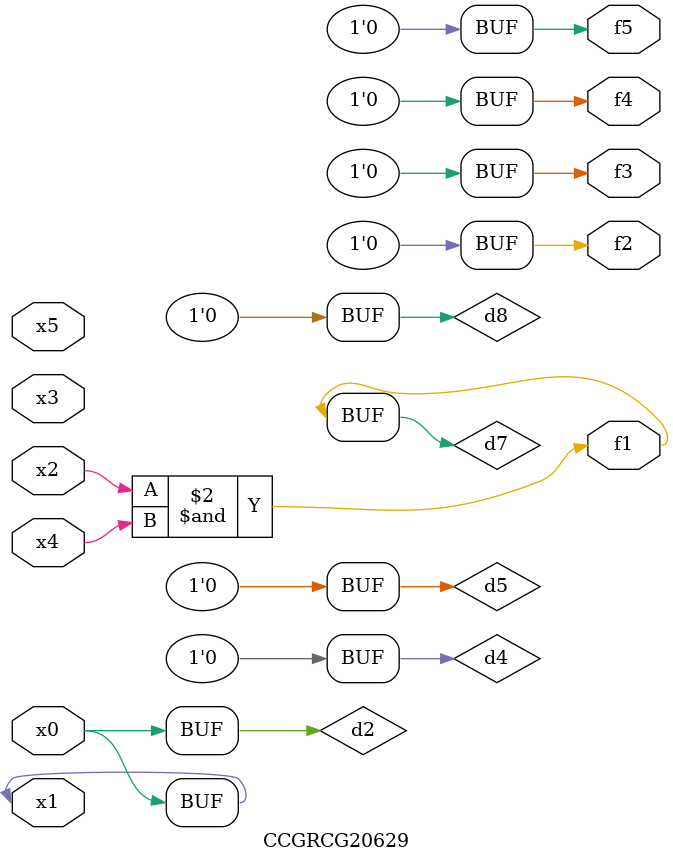
<source format=v>
module CCGRCG20629(
	input x0, x1, x2, x3, x4, x5,
	output f1, f2, f3, f4, f5
);

	wire d1, d2, d3, d4, d5, d6, d7, d8, d9;

	nand (d1, x1);
	buf (d2, x0, x1);
	nand (d3, x2, x4);
	and (d4, d1, d2);
	and (d5, d1, d2);
	nand (d6, d1, d3);
	not (d7, d3);
	xor (d8, d5);
	nor (d9, d5, d6);
	assign f1 = d7;
	assign f2 = d8;
	assign f3 = d8;
	assign f4 = d8;
	assign f5 = d8;
endmodule

</source>
